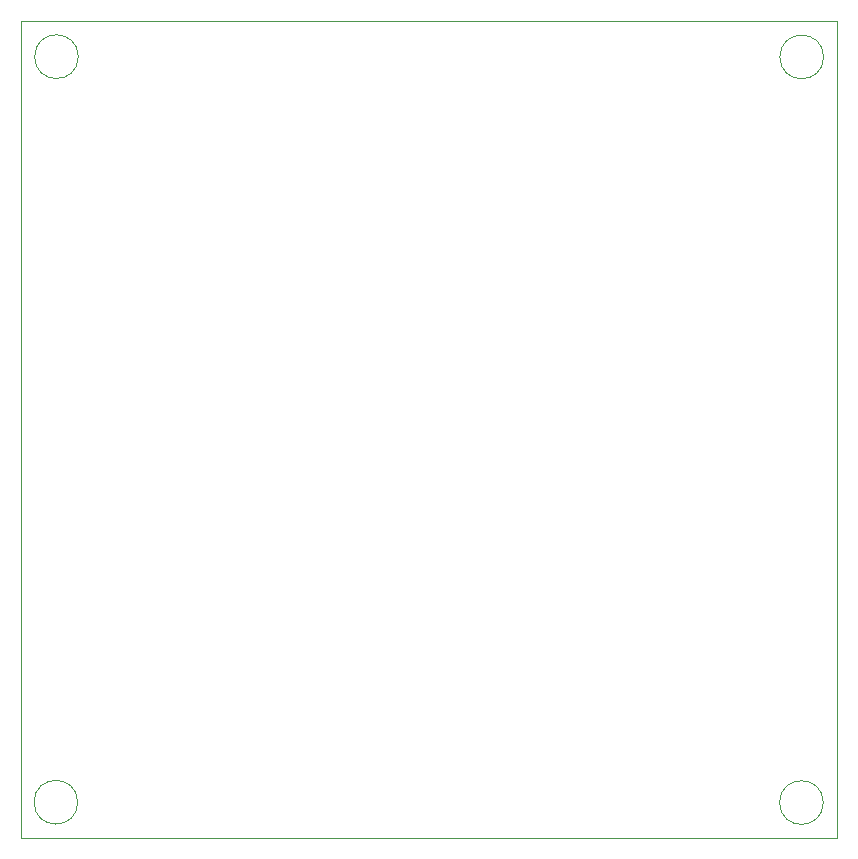
<source format=gm1>
%TF.GenerationSoftware,KiCad,Pcbnew,7.0.11*%
%TF.CreationDate,2024-02-27T10:57:45-05:00*%
%TF.ProjectId,MacropadPCB,4d616372-6f70-4616-9450-43422e6b6963,rev?*%
%TF.SameCoordinates,Original*%
%TF.FileFunction,Profile,NP*%
%FSLAX46Y46*%
G04 Gerber Fmt 4.6, Leading zero omitted, Abs format (unit mm)*
G04 Created by KiCad (PCBNEW 7.0.11) date 2024-02-27 10:57:45*
%MOMM*%
%LPD*%
G01*
G04 APERTURE LIST*
%TA.AperFunction,Profile*%
%ADD10C,0.100000*%
%TD*%
G04 APERTURE END LIST*
D10*
X77225000Y-46700000D02*
X146300000Y-46700000D01*
X146300000Y-115850000D01*
X77225000Y-115850000D01*
X77225000Y-46700000D01*
X145150000Y-112850000D02*
G75*
G03*
X141450000Y-112850000I-1850000J0D01*
G01*
X141450000Y-112850000D02*
G75*
G03*
X145150000Y-112850000I1850000J0D01*
G01*
X82075000Y-49700000D02*
G75*
G03*
X78375000Y-49700000I-1850000J0D01*
G01*
X78375000Y-49700000D02*
G75*
G03*
X82075000Y-49700000I1850000J0D01*
G01*
X82025000Y-112825000D02*
G75*
G03*
X78325000Y-112825000I-1850000J0D01*
G01*
X78325000Y-112825000D02*
G75*
G03*
X82025000Y-112825000I1850000J0D01*
G01*
X145175000Y-49725000D02*
G75*
G03*
X141475000Y-49725000I-1850000J0D01*
G01*
X141475000Y-49725000D02*
G75*
G03*
X145175000Y-49725000I1850000J0D01*
G01*
M02*

</source>
